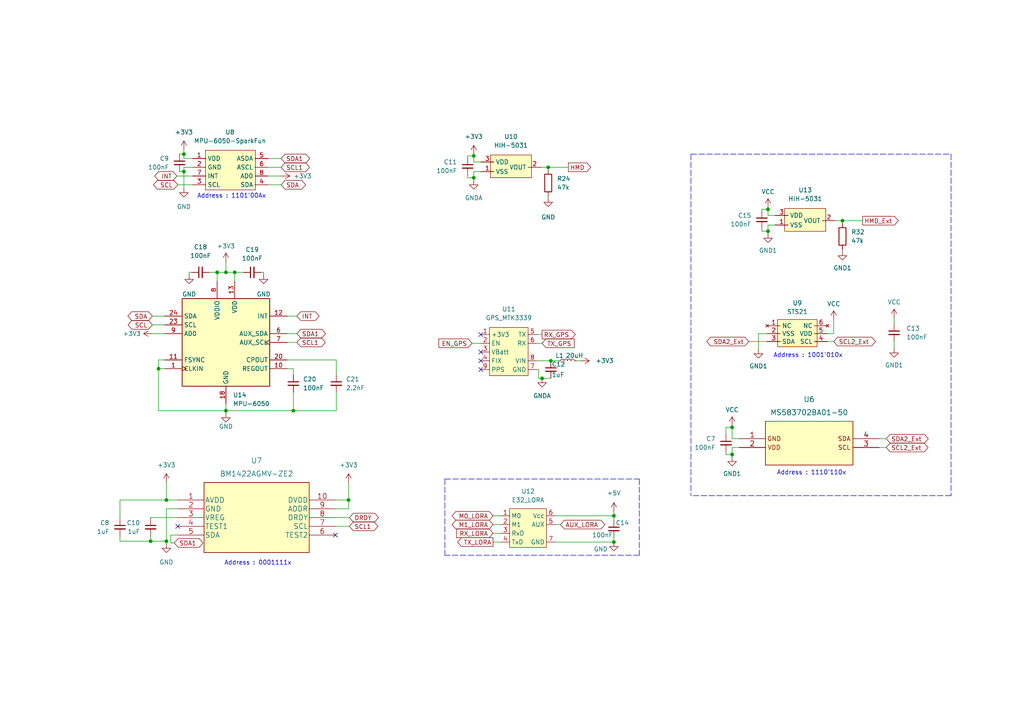
<source format=kicad_sch>
(kicad_sch (version 20211123) (generator eeschema)
  (paper "A4")
  (lib_symbols
    (symbol "Device:C_Small" (pin_numbers hide) (pin_names (offset 0.254) hide)
      (property "Reference" "C" (at 0.254 1.778 0))
      (property "Value" "C_Small" (at 0.254 -2.032 0))
      (symbol "C_Small_0_1"
        (polyline (pts (xy -1.524 -0.508) (xy 1.524 -0.508)) (stroke (width 0.3302)))
        (polyline (pts (xy -1.524 0.508) (xy 1.524 0.508)) (stroke (width 0.3048)))
      )
      (symbol "C_Small_1_1"
        (pin passive line (at 0 2.54 270) (length 2.032) (name "~") (number "1"))
        (pin passive line (at 0 -2.54 90) (length 2.032) (name "~") (number "2"))
      )
    )
    (symbol "Device:GPS_MTK3339"
      (property "Reference" "U" (at 0 17.272 0))
      (property "Value" "GPS_MTK3339" (at 0 15.24 0))
      (symbol "GPS_MTK3339_0_1"
        (rectangle (start -5.588 13.97) (end 5.588 0) (fill (type background)))
      )
      (symbol "GPS_MTK3339_1_1"
        (pin power_out line (at -8.128 11.938 0) (length 2.54) (name "+3V3") (number "1"))
        (pin input line (at -8.128 9.398 0) (length 2.54) (name "EN") (number "2"))
        (pin input line (at -8.128 6.858 0) (length 2.54) (name "VBatt") (number "3"))
        (pin output line (at -8.128 4.318 0) (length 2.54) (name "FIX") (number "4"))
        (pin output line (at 8.128 11.938 180) (length 2.54) (name "TX") (number "5"))
        (pin input line (at 8.128 9.398 180) (length 2.54) (name "RX") (number "6"))
        (pin power_in line (at 8.128 1.778 180) (length 2.54) (name "GND") (number "7"))
        (pin power_in line (at 8.128 4.318 180) (length 2.54) (name "VIN") (number "8"))
        (pin output line (at -8.128 1.778 0) (length 2.54) (name "PPS") (number "9"))
      )
    )
    (symbol "Device:L_Small" (pin_numbers hide) (pin_names (offset 0.254) hide)
      (property "Reference" "L" (at 0.762 1.016 0))
      (property "Value" "L_Small" (at 0.762 -1.016 0))
      (symbol "L_Small_0_1"
        (arc (start 0 -2.032) (mid 0.508 -1.524) (end 0 -1.016))
        (arc (start 0 -1.016) (mid 0.508 -0.508) (end 0 0))
        (arc (start 0 0) (mid 0.508 0.508) (end 0 1.016))
        (arc (start 0 1.016) (mid 0.508 1.524) (end 0 2.032))
      )
      (symbol "L_Small_1_1"
        (pin passive line (at 0 2.54 270) (length 0.508) (name "~") (number "1"))
        (pin passive line (at 0 -2.54 90) (length 0.508) (name "~") (number "2"))
      )
    )
    (symbol "Device:R" (pin_numbers hide) (pin_names (offset 0))
      (property "Reference" "R" (at 2.032 0 90))
      (property "Value" "R" (at 0 0 90))
      (symbol "R_0_1"
        (rectangle (start -1.016 -2.54) (end 1.016 2.54) (stroke (width 0.254)))
      )
      (symbol "R_1_1"
        (pin passive line (at 0 3.81 270) (length 1.27) (name "~") (number "1"))
        (pin passive line (at 0 -3.81 90) (length 1.27) (name "~") (number "2"))
      )
    )
    (symbol "RF_Module:E32_LORA"
      (property "Reference" "U" (at 0 8.89 0))
      (property "Value" "E32_LORA" (at 0 6.858 0))
      (symbol "E32_LORA_0_1"
        (rectangle (start -5.334 5.588) (end 5.334 -5.588) (fill (type background)))
      )
      (symbol "E32_LORA_1_1"
        (pin input line (at -7.874 3.556 0) (length 2.54) (name "M0") (number "1"))
        (pin no_connect line (at 7.874 -7.366 180) (length 2.54) hide (name "NC") (number "10"))
        (pin no_connect line (at 7.874 -9.652 180) (length 2.54) hide (name "NC") (number "11"))
        (pin input line (at -7.874 1.016 0) (length 2.54) (name "M1") (number "2"))
        (pin input line (at -7.874 -1.524 0) (length 2.54) (name "RxD") (number "3"))
        (pin output line (at -7.874 -4.064 0) (length 2.54) (name "TxD") (number "4"))
        (pin input line (at 7.874 1.016 180) (length 2.54) (name "AUX") (number "5"))
        (pin power_in line (at 7.874 3.556 180) (length 2.54) (name "Vcc") (number "6"))
        (pin power_in line (at 7.874 -4.064 180) (length 2.54) (name "GND") (number "7"))
        (pin no_connect line (at -7.874 -9.652 0) (length 2.54) hide (name "NC") (number "8"))
        (pin no_connect line (at -7.874 -7.366 0) (length 2.54) hide (name "NC") (number "9"))
      )
    )
    (symbol "Sensor_Humidity:HIH-5031"
      (property "Reference" "U" (at 0 6.35 0))
      (property "Value" "HIH-5031" (at 0.254 4.572 0))
      (symbol "HIH-5031_0_1"
        (rectangle (start -5.334 3.556) (end 6.604 -3.048) (fill (type background)))
      )
      (symbol "HIH-5031_1_1"
        (pin power_in line (at -8.128 -1.27 0) (length 3.81) (name "VSS") (number "1"))
        (pin output line (at 9.398 0 180) (length 3.81) (name "VOUT") (number "2"))
        (pin power_in line (at -8.128 1.524 0) (length 3.81) (name "VDD") (number "3"))
      )
    )
    (symbol "Sensor_Magnetic:BM1422AGMV-ZE2" (pin_names (offset 0.254))
      (property "Reference" "U" (at 22.86 10.16 0))
      (property "Value" "BM1422AGMV-ZE2" (at 22.86 7.62 0))
      (symbol "BM1422AGMV-ZE2_1_1"
        (polyline (pts (xy 7.62 -15.24) (xy 38.1 -15.24)) (stroke (width 0.127)) (fill (type background)))
        (polyline (pts (xy 7.62 5.08) (xy 7.62 -15.24)) (stroke (width 0.127)) (fill (type background)))
        (polyline (pts (xy 38.1 -15.24) (xy 38.1 5.08)) (stroke (width 0.127)) (fill (type background)))
        (polyline (pts (xy 38.1 5.08) (xy 7.62 5.08)) (stroke (width 0.127)) (fill (type background)))
        (rectangle (start 7.62 5.08) (end 38.1 -15.24) (fill (type background)))
        (pin power_in line (at 0 0 0) (length 7.62) (name "AVDD") (number "1"))
        (pin power_in line (at 45.72 0 180) (length 7.62) (name "DVDD") (number "10"))
        (pin power_in line (at 0 -2.54 0) (length 7.62) (name "GND") (number "2"))
        (pin unspecified line (at 0 -5.08 0) (length 7.62) (name "VREG") (number "3"))
        (pin bidirectional line (at 0 -7.62 0) (length 7.62) (name "TEST1") (number "4"))
        (pin unspecified line (at 0 -10.16 0) (length 7.62) (name "SDA") (number "5"))
        (pin bidirectional line (at 45.72 -10.16 180) (length 7.62) (name "TEST2") (number "6"))
        (pin unspecified line (at 45.72 -7.62 180) (length 7.62) (name "SCL") (number "7"))
        (pin unspecified line (at 45.72 -5.08 180) (length 7.62) (name "DRDY") (number "8"))
        (pin unspecified line (at 45.72 -2.54 180) (length 7.62) (name "ADDR") (number "9"))
      )
    )
    (symbol "Sensor_Motion:MPU-6050"
      (property "Reference" "U" (at -11.43 13.97 0))
      (property "Value" "MPU-6050" (at 7.62 -13.97 0))
      (symbol "MPU-6050_0_1"
        (rectangle (start -12.7 12.7) (end 12.7 -12.7) (stroke (width 0.254)) (fill (type background)))
      )
      (symbol "MPU-6050_1_1"
        (pin input clock (at -17.78 -7.62 0) (length 5.08) (name "CLKIN") (number "1"))
        (pin passive line (at 17.78 -7.62 180) (length 5.08) (name "REGOUT") (number "10"))
        (pin input line (at -17.78 -5.08 0) (length 5.08) (name "FSYNC") (number "11"))
        (pin output line (at 17.78 7.62 180) (length 5.08) (name "INT") (number "12"))
        (pin power_in line (at 2.54 17.78 270) (length 5.08) (name "VDD") (number "13"))
        (pin power_in line (at 0 -17.78 90) (length 5.08) (name "GND") (number "18"))
        (pin passive line (at 17.78 -5.08 180) (length 5.08) (name "CPOUT") (number "20"))
        (pin input line (at -17.78 5.08 0) (length 5.08) (name "SCL") (number "23"))
        (pin bidirectional line (at -17.78 7.62 0) (length 5.08) (name "SDA") (number "24"))
        (pin bidirectional line (at 17.78 2.54 180) (length 5.08) (name "AUX_SDA") (number "6"))
        (pin output clock (at 17.78 0 180) (length 5.08) (name "AUX_SCL") (number "7"))
        (pin power_in line (at -2.54 17.78 270) (length 5.08) (name "VDDIO") (number "8"))
        (pin input line (at -17.78 2.54 0) (length 5.08) (name "AD0") (number "9"))
      )
    )
    (symbol "Sensor_Motion:MPU-6050-SparkFun"
      (property "Reference" "U" (at 4.318 15.3416 0))
      (property "Value" "MPU-6050-SparkFun" (at 4.318 13.5636 0))
      (symbol "MPU-6050-SparkFun_1_1"
        (rectangle (start -2.794 12.5476) (end 11.684 1.016) (fill (type background)))
        (pin power_in line (at -6.5024 10.1346 0) (length 3.81) (name "VDD") (number "1"))
        (pin power_in line (at -6.5024 7.5946 0) (length 3.81) (name "GND") (number "2"))
        (pin bidirectional line (at -6.5024 2.5146 0) (length 3.81) (name "SCL") (number "3"))
        (pin bidirectional line (at 15.3924 2.5146 180) (length 3.81) (name "SDA") (number "4"))
        (pin bidirectional line (at 15.3924 10.1346 180) (length 3.81) (name "ASDA") (number "5"))
        (pin bidirectional line (at 15.3924 7.5946 180) (length 3.81) (name "ASCL") (number "6"))
        (pin output line (at -6.5024 5.0546 0) (length 3.81) (name "INT") (number "7"))
        (pin input line (at 15.3924 5.0546 180) (length 3.81) (name "AD0") (number "8"))
      )
    )
    (symbol "Sensor_Pressure:MS583702BA01-50" (pin_names (offset 0.254) hide)
      (property "Reference" "U" (at 20.32 10.16 0))
      (property "Value" "MS583702BA01-50" (at 20.32 7.62 0))
      (symbol "MS583702BA01-50_0_0"
        (text "GND" (at 10.16 0 0) (effects (font (size 1.27 1.27))))
        (text "SCL" (at 30.48 -2.54 0) (effects (font (size 1.27 1.27))))
        (text "SDA" (at 30.48 0 0) (effects (font (size 1.27 1.27))))
        (text "VDD" (at 10.16 -2.54 0) (effects (font (size 1.27 1.27))))
      )
      (symbol "MS583702BA01-50_1_1"
        (polyline (pts (xy 7.62 -7.62) (xy 33.02 -7.62)) (stroke (width 0.127)))
        (polyline (pts (xy 7.62 5.08) (xy 7.62 -7.62)) (stroke (width 0.127)))
        (polyline (pts (xy 33.02 -7.62) (xy 33.02 5.08)) (stroke (width 0.127)))
        (polyline (pts (xy 33.02 5.08) (xy 7.62 5.08)) (stroke (width 0.127)))
        (rectangle (start 7.62 5.08) (end 33.02 -7.62) (fill (type background)))
        (pin power_in line (at 0 0 0) (length 7.62) (name "GND") (number "1"))
        (pin power_in line (at 0 -2.54 0) (length 7.62) (name "VDD") (number "2"))
        (pin bidirectional line (at 40.64 -2.54 180) (length 7.62) (name "SCL") (number "3"))
        (pin bidirectional line (at 40.64 0 180) (length 7.62) (name "SDA") (number "4"))
      )
    )
    (symbol "Sensor_Temperature:STS21"
      (property "Reference" "U" (at 8.636 13.716 0))
      (property "Value" "STS21" (at 8.636 11.684 0))
      (symbol "STS21_0_1"
        (rectangle (start 3.048 10.414) (end 14.478 2.54) (fill (type background)))
      )
      (symbol "STS21_1_1"
        (pin no_connect line (at 0 8.636 0) (length 3.81) (name "NC") (number "1"))
        (pin power_in line (at 0 6.35 0) (length 3.81) (name "VSS") (number "2"))
        (pin bidirectional line (at 0 4.064 0) (length 3.81) (name "SDA") (number "3"))
        (pin bidirectional line (at 17.526 4.064 180) (length 3.81) (name "SCL") (number "4"))
        (pin power_in line (at 17.526 6.35 180) (length 3.81) (name "VDD") (number "5"))
        (pin no_connect line (at 17.526 8.636 180) (length 3.81) (name "NC") (number "6"))
        (pin no_connect line (at 8.382 16.764 180) (length 2.54) hide (name "EP") (number "7"))
      )
    )
    (symbol "power:+3V3" (power) (pin_names (offset 0))
      (property "Value" "+3V3" (at 0 3.556 0))
      (symbol "+3V3_0_1"
        (polyline (pts (xy -0.762 1.27) (xy 0 2.54)))
        (polyline (pts (xy 0 0) (xy 0 2.54)))
        (polyline (pts (xy 0 2.54) (xy 0.762 1.27)))
      )
      (symbol "+3V3_1_1"
        (pin power_in line (at 0 0 90) (length 0) hide (name "+3V3") (number "1"))
      )
    )
    (symbol "power:+5V" (power) (pin_names (offset 0))
      (property "Value" "+5V" (at 0 3.556 0))
      (symbol "+5V_0_1"
        (polyline (pts (xy -0.762 1.27) (xy 0 2.54)))
        (polyline (pts (xy 0 0) (xy 0 2.54)))
        (polyline (pts (xy 0 2.54) (xy 0.762 1.27)))
      )
      (symbol "+5V_1_1"
        (pin power_in line (at 0 0 90) (length 0) hide (name "+5V") (number "1"))
      )
    )
    (symbol "power:GND" (power) (pin_names (offset 0))
      (property "Value" "GND" (at 0 -3.81 0))
      (symbol "GND_0_1"
        (polyline (pts (xy 0 0) (xy 0 -1.27) (xy 1.27 -1.27) (xy 0 -2.54) (xy -1.27 -1.27) (xy 0 -1.27)))
      )
      (symbol "GND_1_1"
        (pin power_in line (at 0 0 270) (length 0) hide (name "GND") (number "1"))
      )
    )
    (symbol "power:GND1" (power) (pin_names (offset 0))
      (property "Value" "GND1" (at 0 -3.81 0))
      (symbol "GND1_0_1"
        (polyline (pts (xy 0 0) (xy 0 -1.27) (xy 1.27 -1.27) (xy 0 -2.54) (xy -1.27 -1.27) (xy 0 -1.27)))
      )
      (symbol "GND1_1_1"
        (pin power_in line (at 0 0 270) (length 0) hide (name "GND1") (number "1"))
      )
    )
    (symbol "power:GNDA" (power) (pin_names (offset 0))
      (property "Value" "GNDA" (at 0 -3.81 0))
      (symbol "GNDA_0_1"
        (polyline (pts (xy 0 0) (xy 0 -1.27) (xy 1.27 -1.27) (xy 0 -2.54) (xy -1.27 -1.27) (xy 0 -1.27)))
      )
      (symbol "GNDA_1_1"
        (pin power_in line (at 0 0 270) (length 0) hide (name "GNDA") (number "1"))
      )
    )
    (symbol "power:VCC" (power) (pin_names (offset 0))
      (property "Value" "VCC" (at 0 3.81 0))
      (symbol "VCC_0_1"
        (polyline (pts (xy -0.762 1.27) (xy 0 2.54)))
        (polyline (pts (xy 0 0) (xy 0 2.54)))
        (polyline (pts (xy 0 2.54) (xy 0.762 1.27)))
      )
      (symbol "VCC_1_1"
        (pin power_in line (at 0 0 90) (length 0) hide (name "VCC") (number "1"))
      )
    )
  )
  (junction (at 62.992 78.994))
  (junction (at 222.758 60.706))
  (junction (at 65.532 78.994))
  (junction (at 48.26 145.034))
  (junction (at 53.34 49.784))
  (junction (at 178.054 149.606))
  (junction (at 137.414 45.212))
  (junction (at 53.34 44.704))
  (junction (at 137.414 51.562))
  (junction (at 157.226 109.728))
  (junction (at 244.348 64.008))
  (junction (at 101.092 145.034))
  (junction (at 43.688 156.972))
  (junction (at 212.344 123.952))
  (junction (at 159.004 48.514))
  (junction (at 222.758 67.056))
  (junction (at 48.26 156.972))
  (junction (at 68.072 78.994))
  (junction (at 65.532 119.126))
  (junction (at 45.974 106.934))
  (junction (at 85.09 119.126))
  (junction (at 159.766 104.648))
  (junction (at 178.054 157.226))
  (junction (at 212.344 131.826))
  (no_connect (at 139.446 97.028))
  (no_connect (at 139.446 102.108))
  (no_connect (at 139.446 104.648))
  (no_connect (at 51.562 152.654))
  (no_connect (at 97.282 155.194))
  (no_connect (at 139.446 107.188))
  (wire (pts (xy 51.308 51.054) (xy 55.88 51.054)))
  (wire (pts (xy 212.344 129.794) (xy 212.344 131.826)))
  (wire (pts (xy 220.98 61.214) (xy 220.98 60.706)))
  (wire (pts (xy 241.808 92.71) (xy 241.808 96.774)))
  (wire (pts (xy 75.692 78.994) (xy 76.454 78.994)))
  (wire (pts (xy 45.974 106.934) (xy 45.974 119.126)))
  (wire (pts (xy 53.34 49.784) (xy 53.34 54.61)))
  (wire (pts (xy 53.34 48.514) (xy 55.88 48.514)))
  (wire (pts (xy 85.09 119.126) (xy 97.536 119.126)))
  (wire (pts (xy 68.072 78.994) (xy 68.072 81.534)))
  (wire (pts (xy 65.532 119.126) (xy 65.532 119.888)))
  (wire (pts (xy 49.53 157.48) (xy 50.546 157.48)))
  (wire (pts (xy 85.09 113.792) (xy 85.09 119.126)))
  (wire (pts (xy 49.53 155.194) (xy 49.53 157.48)))
  (wire (pts (xy 222.758 60.198) (xy 222.758 60.706)))
  (wire (pts (xy 212.344 131.826) (xy 212.344 132.588)))
  (polyline (pts (xy 185.42 161.036) (xy 129.032 161.036)))
  (polyline (pts (xy 200.406 44.704) (xy 200.406 143.764)))
  (polyline (pts (xy 185.42 138.938) (xy 185.42 161.036)))
  (wire (pts (xy 83.312 106.934) (xy 85.09 106.934)))
  (wire (pts (xy 214.376 129.794) (xy 212.344 129.794)))
  (wire (pts (xy 137.414 44.704) (xy 137.414 45.212)))
  (wire (pts (xy 34.798 150.368) (xy 34.798 145.034)))
  (polyline (pts (xy 200.406 44.704) (xy 275.844 44.704)))
  (wire (pts (xy 178.054 149.606) (xy 178.054 150.876)))
  (wire (pts (xy 135.636 45.72) (xy 135.636 45.212)))
  (wire (pts (xy 156.972 48.514) (xy 159.004 48.514)))
  (wire (pts (xy 135.636 51.562) (xy 137.414 51.562)))
  (wire (pts (xy 241.808 96.774) (xy 240.03 96.774)))
  (wire (pts (xy 53.34 43.434) (xy 53.34 44.704)))
  (wire (pts (xy 54.864 79.756) (xy 54.864 78.994)))
  (wire (pts (xy 155.702 107.188) (xy 156.21 107.188)))
  (polyline (pts (xy 275.844 44.704) (xy 275.844 143.764)))
  (wire (pts (xy 222.758 67.056) (xy 222.758 67.818)))
  (wire (pts (xy 242.316 64.008) (xy 244.348 64.008)))
  (wire (pts (xy 220.98 60.706) (xy 222.758 60.706)))
  (wire (pts (xy 240.03 99.06) (xy 241.808 99.06)))
  (wire (pts (xy 101.092 145.034) (xy 101.092 139.954)))
  (wire (pts (xy 222.758 60.706) (xy 222.758 62.484)))
  (wire (pts (xy 53.34 44.704) (xy 53.34 45.974)))
  (wire (pts (xy 143.002 152.146) (xy 145.288 152.146)))
  (wire (pts (xy 244.348 72.39) (xy 244.348 72.898)))
  (wire (pts (xy 159.766 104.648) (xy 162.052 104.648)))
  (wire (pts (xy 157.226 109.728) (xy 159.766 109.728)))
  (wire (pts (xy 65.532 119.126) (xy 85.09 119.126)))
  (wire (pts (xy 62.992 78.994) (xy 65.532 78.994)))
  (wire (pts (xy 161.036 152.146) (xy 162.56 152.146)))
  (wire (pts (xy 34.798 145.034) (xy 48.26 145.034)))
  (wire (pts (xy 143.002 154.686) (xy 145.288 154.686)))
  (wire (pts (xy 77.7748 48.514) (xy 81.534 48.514)))
  (wire (pts (xy 178.054 157.226) (xy 178.054 155.956)))
  (polyline (pts (xy 275.844 143.764) (xy 200.406 143.764)))
  (wire (pts (xy 51.562 155.194) (xy 49.53 155.194)))
  (wire (pts (xy 97.282 150.114) (xy 101.346 150.114)))
  (wire (pts (xy 156.21 107.188) (xy 156.21 109.728)))
  (wire (pts (xy 48.26 156.972) (xy 48.26 147.574)))
  (wire (pts (xy 45.974 106.934) (xy 47.752 106.934)))
  (wire (pts (xy 85.09 106.934) (xy 85.09 108.712)))
  (wire (pts (xy 137.414 46.99) (xy 139.446 46.99)))
  (wire (pts (xy 83.312 96.774) (xy 86.106 96.774)))
  (wire (pts (xy 65.532 78.994) (xy 68.072 78.994)))
  (wire (pts (xy 52.07 44.704) (xy 53.34 44.704)))
  (wire (pts (xy 97.282 145.034) (xy 101.092 145.034)))
  (wire (pts (xy 222.758 62.484) (xy 224.79 62.484)))
  (wire (pts (xy 43.688 155.448) (xy 43.688 156.972)))
  (wire (pts (xy 159.004 49.276) (xy 159.004 48.514)))
  (wire (pts (xy 44.196 91.694) (xy 47.752 91.694)))
  (wire (pts (xy 53.34 48.514) (xy 53.34 49.784)))
  (wire (pts (xy 65.532 117.094) (xy 65.532 119.126)))
  (wire (pts (xy 178.054 148.336) (xy 178.054 149.606)))
  (polyline (pts (xy 129.032 138.938) (xy 129.032 161.036)))
  (wire (pts (xy 34.798 155.448) (xy 34.798 156.972)))
  (wire (pts (xy 44.196 94.234) (xy 47.752 94.234)))
  (wire (pts (xy 83.312 91.694) (xy 86.106 91.694)))
  (wire (pts (xy 53.34 45.974) (xy 55.88 45.974)))
  (wire (pts (xy 135.636 50.8) (xy 135.636 51.562)))
  (wire (pts (xy 139.446 49.784) (xy 137.414 49.784)))
  (wire (pts (xy 135.636 45.212) (xy 137.414 45.212)))
  (wire (pts (xy 52.07 49.784) (xy 53.34 49.784)))
  (wire (pts (xy 143.002 157.226) (xy 145.288 157.226)))
  (wire (pts (xy 45.974 119.126) (xy 65.532 119.126)))
  (wire (pts (xy 136.906 99.568) (xy 139.446 99.568)))
  (wire (pts (xy 43.688 150.368) (xy 43.688 150.114)))
  (wire (pts (xy 212.344 123.952) (xy 212.344 127.254)))
  (wire (pts (xy 244.348 64.77) (xy 244.348 64.008)))
  (wire (pts (xy 54.864 78.994) (xy 55.626 78.994)))
  (wire (pts (xy 220.98 66.294) (xy 220.98 67.056)))
  (wire (pts (xy 155.702 99.568) (xy 157.226 99.568)))
  (wire (pts (xy 51.562 53.594) (xy 55.88 53.594)))
  (wire (pts (xy 161.036 149.606) (xy 178.054 149.606)))
  (wire (pts (xy 83.312 104.394) (xy 97.536 104.394)))
  (wire (pts (xy 77.7748 51.054) (xy 81.534 51.054)))
  (wire (pts (xy 259.334 99.06) (xy 259.334 101.092)))
  (wire (pts (xy 244.348 64.008) (xy 250.19 64.008)))
  (wire (pts (xy 210.566 125.984) (xy 210.566 123.952)))
  (wire (pts (xy 65.532 75.946) (xy 65.532 78.994)))
  (wire (pts (xy 48.26 145.034) (xy 51.562 145.034)))
  (wire (pts (xy 62.992 81.534) (xy 62.992 78.994)))
  (wire (pts (xy 156.21 109.728) (xy 157.226 109.728)))
  (wire (pts (xy 44.196 96.774) (xy 47.752 96.774)))
  (wire (pts (xy 76.454 78.994) (xy 76.454 79.756)))
  (wire (pts (xy 47.752 104.394) (xy 45.974 104.394)))
  (wire (pts (xy 43.688 156.972) (xy 48.26 156.972)))
  (wire (pts (xy 137.414 49.784) (xy 137.414 51.562)))
  (wire (pts (xy 155.702 97.028) (xy 157.226 97.028)))
  (wire (pts (xy 220.98 67.056) (xy 222.758 67.056)))
  (wire (pts (xy 77.7748 45.974) (xy 81.534 45.974)))
  (wire (pts (xy 143.002 149.606) (xy 145.288 149.606)))
  (wire (pts (xy 224.79 65.278) (xy 222.758 65.278)))
  (wire (pts (xy 159.004 56.896) (xy 159.004 57.404)))
  (wire (pts (xy 43.688 150.114) (xy 51.562 150.114)))
  (wire (pts (xy 45.974 104.394) (xy 45.974 106.934)))
  (wire (pts (xy 34.798 156.972) (xy 43.688 156.972)))
  (wire (pts (xy 167.132 104.648) (xy 168.402 104.648)))
  (wire (pts (xy 155.702 104.648) (xy 159.766 104.648)))
  (wire (pts (xy 97.282 152.654) (xy 101.346 152.654)))
  (wire (pts (xy 219.964 101.346) (xy 219.964 96.774)))
  (wire (pts (xy 212.344 123.444) (xy 212.344 123.952)))
  (wire (pts (xy 68.072 78.994) (xy 70.612 78.994)))
  (wire (pts (xy 101.092 147.574) (xy 101.092 145.034)))
  (wire (pts (xy 210.566 131.826) (xy 212.344 131.826)))
  (wire (pts (xy 222.758 65.278) (xy 222.758 67.056)))
  (wire (pts (xy 77.7748 53.594) (xy 81.534 53.594)))
  (wire (pts (xy 48.26 147.574) (xy 51.562 147.574)))
  (wire (pts (xy 48.26 157.734) (xy 48.26 156.972)))
  (polyline (pts (xy 129.032 138.938) (xy 185.42 138.938)))
  (wire (pts (xy 210.566 131.064) (xy 210.566 131.826)))
  (wire (pts (xy 97.536 104.394) (xy 97.536 108.712)))
  (wire (pts (xy 83.312 99.314) (xy 86.106 99.314)))
  (wire (pts (xy 159.004 48.514) (xy 164.846 48.514)))
  (wire (pts (xy 48.26 139.954) (xy 48.26 145.034)))
  (wire (pts (xy 255.016 127.254) (xy 257.048 127.254)))
  (wire (pts (xy 137.414 51.562) (xy 137.414 52.324)))
  (wire (pts (xy 161.036 157.226) (xy 178.054 157.226)))
  (wire (pts (xy 212.344 127.254) (xy 214.376 127.254)))
  (wire (pts (xy 217.17 99.06) (xy 222.504 99.06)))
  (wire (pts (xy 97.536 119.126) (xy 97.536 113.792)))
  (wire (pts (xy 259.334 92.202) (xy 259.334 93.98)))
  (wire (pts (xy 255.016 129.794) (xy 257.048 129.794)))
  (wire (pts (xy 60.706 78.994) (xy 62.992 78.994)))
  (wire (pts (xy 137.414 45.212) (xy 137.414 46.99)))
  (wire (pts (xy 219.964 96.774) (xy 222.504 96.774)))
  (wire (pts (xy 97.282 147.574) (xy 101.092 147.574)))
  (wire (pts (xy 210.566 123.952) (xy 212.344 123.952)))
  (text "Address : 0001111x" (at 65.024 164.084 0) (effects (font (size 1.27 1.27)) (justify left bottom)))
  (text "Address : 1101'00Ax" (at 57.15 57.658 0) (effects (font (size 1.27 1.27)) (justify left bottom)))
  (text "Address : 1001'010x" (at 224.282 103.886 0) (effects (font (size 1.27 1.27)) (justify left bottom)))
  (text "Address : 1110'110x" (at 225.298 137.922 0) (effects (font (size 1.27 1.27)) (justify left bottom)))
  (global_label "SCL2_Ext" (shape bidirectional) (at 257.048 129.794 0) (property "Intersheet References" "${INTERSHEET_REFS}" (effects hide)))
  (global_label "SDA1" (shape bidirectional) (at 50.546 157.48 0) (property "Intersheet References" "${INTERSHEET_REFS}" (effects hide)))
  (global_label "INT" (shape bidirectional) (at 51.308 51.054 180) (property "Intersheet References" "${INTERSHEET_REFS}" (effects hide)))
  (global_label "SCL" (shape bidirectional) (at 44.196 94.234 180) (property "Intersheet References" "${INTERSHEET_REFS}" (effects hide)))
  (global_label "EN_GPS" (shape input) (at 136.906 99.568 180) (property "Intersheet References" "${INTERSHEET_REFS}" (effects hide)))
  (global_label "SDA2_Ext" (shape bidirectional) (at 217.17 99.06 180) (property "Intersheet References" "${INTERSHEET_REFS}" (effects hide)))
  (global_label "RX_LORA" (shape input) (at 143.002 154.686 180) (property "Intersheet References" "${INTERSHEET_REFS}" (effects hide)))
  (global_label "SDA1" (shape bidirectional) (at 86.106 96.774 0) (property "Intersheet References" "${INTERSHEET_REFS}" (effects hide)))
  (global_label "SCL1" (shape bidirectional) (at 101.346 152.654 0) (property "Intersheet References" "${INTERSHEET_REFS}" (effects hide)))
  (global_label "DRDY" (shape bidirectional) (at 101.346 150.114 0) (property "Intersheet References" "${INTERSHEET_REFS}" (effects hide)))
  (global_label "SCL1" (shape bidirectional) (at 86.106 99.314 0) (property "Intersheet References" "${INTERSHEET_REFS}" (effects hide)))
  (global_label "SDA" (shape bidirectional) (at 81.534 53.594 0) (property "Intersheet References" "${INTERSHEET_REFS}" (effects hide)))
  (global_label "SCL2_Ext" (shape bidirectional) (at 241.808 99.06 0) (property "Intersheet References" "${INTERSHEET_REFS}" (effects hide)))
  (global_label "M1_LORA" (shape bidirectional) (at 143.002 152.146 180) (property "Intersheet References" "${INTERSHEET_REFS}" (effects hide)))
  (global_label "AUX_LORA" (shape bidirectional) (at 162.56 152.146 0) (property "Intersheet References" "${INTERSHEET_REFS}" (effects hide)))
  (global_label "SDA2_Ext" (shape bidirectional) (at 257.048 127.254 0) (property "Intersheet References" "${INTERSHEET_REFS}" (effects hide)))
  (global_label "RX_GPS" (shape output) (at 157.226 97.028 0) (property "Intersheet References" "${INTERSHEET_REFS}" (effects hide)))
  (global_label "M0_LORA" (shape bidirectional) (at 143.002 149.606 180) (property "Intersheet References" "${INTERSHEET_REFS}" (effects hide)))
  (global_label "TX_LORA" (shape output) (at 143.002 157.226 180) (property "Intersheet References" "${INTERSHEET_REFS}" (effects hide)))
  (global_label "SDA" (shape bidirectional) (at 44.196 91.694 180) (property "Intersheet References" "${INTERSHEET_REFS}" (effects hide)))
  (global_label "SDA1" (shape bidirectional) (at 81.534 45.974 0) (property "Intersheet References" "${INTERSHEET_REFS}" (effects hide)))
  (global_label "HMD" (shape output) (at 164.846 48.514 0) (property "Intersheet References" "${INTERSHEET_REFS}" (effects hide)))
  (global_label "TX_GPS" (shape input) (at 157.226 99.568 0) (property "Intersheet References" "${INTERSHEET_REFS}" (effects hide)))
  (global_label "SCL" (shape bidirectional) (at 51.562 53.594 180) (property "Intersheet References" "${INTERSHEET_REFS}" (effects hide)))
  (global_label "INT" (shape bidirectional) (at 86.106 91.694 0) (property "Intersheet References" "${INTERSHEET_REFS}" (effects hide)))
  (global_label "SCL1" (shape bidirectional) (at 81.534 48.514 0) (property "Intersheet References" "${INTERSHEET_REFS}" (effects hide)))
  (global_label "HMD_Ext" (shape output) (at 250.19 64.008 0) (property "Intersheet References" "${INTERSHEET_REFS}" (effects hide)))
  (symbol (lib_id "Device:GPS_MTK3339") (at 147.574 108.966 0) (unit 1)
    (property "Reference" "U11" (at 147.574 89.662 0))
    (property "Value" "GPS_MTK3339" (at 147.574 92.202 0))
    (property "Footprint" "CanSat:GPS_MTK3339" (effects hide))
  )
  (symbol (lib_id "power:VCC") (at 241.808 92.71 0) (unit 1)
    (property "Reference" "#PWR0143" (effects hide))
    (property "Value" "VCC" (at 241.808 88.138 0))
  )
  (symbol (lib_id "Sensor_Motion:MPU-6050") (at 65.532 99.314 0) (unit 1)
    (property "Reference" "U14" (at 67.5514 114.554 0) (effects (justify left)))
    (property "Value" "MPU-6050" (at 67.5514 117.094 0) (effects (justify left)))
    (property "Footprint" "Sensor_Motion:InvenSense_QFN-24_4x4mm_P0.5mm" (effects hide))
    (property "Datasheet" "https://store.invensense.com/datasheets/invensense/MPU-6050_DataSheet_V3%204.pdf" (effects hide))
  )
  (symbol (lib_id "power:+3V3") (at 81.534 51.054 270) (unit 1)
    (property "Reference" "#PWR0156" (effects hide))
    (property "Value" "+3V3" (at 85.09 51.0539 90) (effects (justify left)))
  )
  (symbol (lib_id "Device:C_Small") (at 85.09 111.252 0) (unit 1)
    (property "Reference" "C20" (at 87.884 109.9882 0) (effects (justify left)))
    (property "Value" "100nF" (at 87.884 112.5282 0) (effects (justify left)))
    (property "Footprint" "Capacitor_SMD:C_0805_2012Metric_Pad1.18x1.45mm_HandSolder" (effects hide))
  )
  (symbol (lib_id "Device:C_Small") (at 73.152 78.994 90) (unit 1)
    (property "Reference" "C19" (at 73.1583 72.39 90))
    (property "Value" "100nF" (at 73.1583 74.93 90))
    (property "Footprint" "Capacitor_SMD:C_0805_2012Metric_Pad1.18x1.45mm_HandSolder" (effects hide))
  )
  (symbol (lib_id "power:+3V3") (at 44.196 96.774 90) (unit 1)
    (property "Reference" "#PWR0160" (effects hide))
    (property "Value" "+3V3" (at 40.894 96.7739 90) (effects (justify left)))
  )
  (symbol (lib_id "power:VCC") (at 259.334 92.202 0) (unit 1)
    (property "Reference" "#PWR0146" (effects hide))
    (property "Value" "VCC" (at 259.334 87.63 0))
  )
  (symbol (lib_id "power:GND1") (at 212.344 132.588 0) (unit 1)
    (property "Reference" "#PWR0147" (effects hide))
    (property "Value" "GND1" (at 212.344 137.414 0))
  )
  (symbol (lib_id "Sensor_Temperature:STS21") (at 222.504 103.124 0) (unit 1)
    (property "Reference" "U9" (at 231.267 87.884 0))
    (property "Value" "STS21" (at 231.267 90.424 0))
    (property "Footprint" "CanSat:STS21" (effects hide))
  )
  (symbol (lib_id "power:GNDA") (at 137.414 52.324 0) (unit 1)
    (property "Reference" "#PWR0141" (effects hide))
    (property "Value" "GNDA" (at 137.414 57.404 0))
  )
  (symbol (lib_id "power:GND1") (at 219.964 101.346 0) (unit 1)
    (property "Reference" "#PWR0140" (effects hide))
    (property "Value" "GND1" (at 219.964 106.172 0))
  )
  (symbol (lib_id "power:+3V3") (at 48.26 139.954 0) (unit 1)
    (property "Reference" "#PWR0153" (effects hide))
    (property "Value" "+3V3" (at 48.26 134.874 0))
  )
  (symbol (lib_id "Device:C_Small") (at 135.636 48.26 0) (unit 1)
    (property "Reference" "C11" (at 132.588 46.9962 0) (effects (justify right)))
    (property "Value" "100nF" (at 132.588 49.5362 0) (effects (justify right)))
    (property "Footprint" "Capacitor_SMD:C_0805_2012Metric" (effects hide))
  )
  (symbol (lib_id "RF_Module:E32_LORA") (at 153.162 153.162 0) (unit 1)
    (property "Reference" "U12" (at 153.162 142.494 0))
    (property "Value" "E32_LORA" (at 153.162 145.034 0))
    (property "Footprint" "CanSat:E32_LORA" (effects hide))
  )
  (symbol (lib_id "power:GND") (at 159.004 57.404 0) (unit 1)
    (property "Reference" "#PWR0105" (effects hide))
    (property "Value" "GND" (at 159.004 62.992 0))
  )
  (symbol (lib_id "Device:R") (at 159.004 53.086 0) (unit 1)
    (property "Reference" "R24" (at 161.544 51.8159 0) (effects (justify left)))
    (property "Value" "47k" (at 161.544 54.3559 0) (effects (justify left)))
    (property "Footprint" "Resistor_SMD:R_0805_2012Metric_Pad1.20x1.40mm_HandSolder" (effects hide))
  )
  (symbol (lib_id "power:+3V3") (at 168.402 104.648 270) (unit 1)
    (property "Reference" "#PWR0144" (effects hide))
    (property "Value" "+3V3" (at 172.72 104.6479 90) (effects (justify left)))
  )
  (symbol (lib_id "Device:C_Small") (at 34.798 152.908 0) (unit 1)
    (property "Reference" "C8" (at 31.75 151.6442 0) (effects (justify right)))
    (property "Value" "1uF" (at 31.75 154.1842 0) (effects (justify right)))
    (property "Footprint" "Capacitor_SMD:C_0805_2012Metric" (effects hide))
  )
  (symbol (lib_id "Device:L_Small") (at 164.592 104.648 90) (unit 1)
    (property "Reference" "L1" (at 162.306 103.124 90))
    (property "Value" "20uH" (at 166.624 103.124 90))
    (property "Footprint" "Inductor_SMD:L_0805_2012Metric_Pad1.05x1.20mm_HandSolder" (effects hide))
  )
  (symbol (lib_id "power:GND1") (at 244.348 72.898 0) (unit 1)
    (property "Reference" "#PWR0157" (effects hide))
    (property "Value" "GND1" (at 244.348 77.724 0))
  )
  (symbol (lib_id "power:GND") (at 54.864 79.756 0) (unit 1)
    (property "Reference" "#PWR0162" (effects hide))
    (property "Value" "GND" (at 54.864 85.344 0))
  )
  (symbol (lib_id "Device:C_Small") (at 259.334 96.52 0) (unit 1)
    (property "Reference" "C13" (at 262.89 95.2562 0) (effects (justify left)))
    (property "Value" "100nF" (at 262.89 97.7962 0) (effects (justify left)))
    (property "Footprint" "Capacitor_SMD:C_0805_2012Metric" (effects hide))
  )
  (symbol (lib_id "power:+3V3") (at 137.414 44.704 0) (unit 1)
    (property "Reference" "#PWR0142" (effects hide))
    (property "Value" "+3V3" (at 137.414 39.624 0))
  )
  (symbol (lib_id "power:VCC") (at 212.344 123.444 0) (unit 1)
    (property "Reference" "#PWR0151" (effects hide))
    (property "Value" "VCC" (at 212.344 118.872 0))
  )
  (symbol (lib_id "power:+3V3") (at 53.34 43.434 0) (unit 1)
    (property "Reference" "#PWR0155" (effects hide))
    (property "Value" "+3V3" (at 53.34 38.354 0))
  )
  (symbol (lib_id "Device:C_Small") (at 58.166 78.994 90) (unit 1)
    (property "Reference" "C18" (at 58.1723 71.628 90))
    (property "Value" "100nF" (at 58.1723 74.168 90))
    (property "Footprint" "Capacitor_SMD:C_0805_2012Metric_Pad1.18x1.45mm_HandSolder" (effects hide))
  )
  (symbol (lib_id "power:GND") (at 178.054 157.226 0) (unit 1)
    (property "Reference" "#PWR08" (effects hide))
    (property "Value" "GND" (at 174.244 159.258 0))
  )
  (symbol (lib_id "power:+5V") (at 178.054 148.336 0) (unit 1)
    (property "Reference" "#PWR0104" (effects hide))
    (property "Value" "+5V" (at 178.054 143.002 0))
  )
  (symbol (lib_id "Sensor_Motion:MPU-6050-SparkFun") (at 62.3824 56.1086 0) (unit 1)
    (property "Reference" "U8" (at 66.7004 38.3286 0))
    (property "Value" "MPU-6050-SparkFun" (at 66.7004 40.8686 0))
    (property "Footprint" "CanSat:MPU6050" (effects hide))
  )
  (symbol (lib_id "Sensor_Magnetic:BM1422AGMV-ZE2") (at 51.562 145.034 0) (unit 1)
    (property "Reference" "U7" (at 74.422 133.604 0) (effects (font (size 1.524 1.524))))
    (property "Value" "BM1422AGMV-ZE2" (at 74.422 137.414 0) (effects (font (size 1.524 1.524))))
    (property "Footprint" "CanSat:BM1422AGMV-ZE2" (effects hide))
  )
  (symbol (lib_id "power:GND") (at 76.454 79.756 0) (unit 1)
    (property "Reference" "#PWR0161" (effects hide))
    (property "Value" "GND" (at 76.454 85.344 0))
  )
  (symbol (lib_id "power:GND") (at 53.34 54.61 0) (unit 1)
    (property "Reference" "#PWR0154" (effects hide))
    (property "Value" "GND" (at 53.34 59.944 0))
  )
  (symbol (lib_id "Sensor_Pressure:MS583702BA01-50") (at 214.376 127.254 0) (unit 1)
    (property "Reference" "U6" (at 234.696 115.824 0) (effects (font (size 1.524 1.524))))
    (property "Value" "MS583702BA01-50" (at 234.696 119.634 0) (effects (font (size 1.524 1.524))))
    (property "Footprint" "CanSat:MS583702BA01-50" (effects hide))
  )
  (symbol (lib_id "power:VCC") (at 222.758 60.198 0) (unit 1)
    (property "Reference" "#PWR0152" (effects hide))
    (property "Value" "VCC" (at 222.758 55.626 0))
  )
  (symbol (lib_id "Device:C_Small") (at 97.536 111.252 0) (unit 1)
    (property "Reference" "C21" (at 100.33 109.9882 0) (effects (justify left)))
    (property "Value" "2.2nF" (at 100.33 112.5282 0) (effects (justify left)))
    (property "Footprint" "Capacitor_SMD:C_0805_2012Metric_Pad1.18x1.45mm_HandSolder" (effects hide))
  )
  (symbol (lib_id "Device:C_Small") (at 52.07 47.244 0) (unit 1)
    (property "Reference" "C9" (at 49.022 45.9802 0) (effects (justify right)))
    (property "Value" "100nF" (at 49.022 48.5202 0) (effects (justify right)))
    (property "Footprint" "Capacitor_SMD:C_0805_2012Metric" (effects hide))
  )
  (symbol (lib_id "Device:C_Small") (at 43.688 152.908 0) (unit 1)
    (property "Reference" "C10" (at 40.64 151.6442 0) (effects (justify right)))
    (property "Value" "1uF" (at 40.64 154.1842 0) (effects (justify right)))
    (property "Footprint" "Capacitor_SMD:C_0805_2012Metric" (effects hide))
  )
  (symbol (lib_id "Sensor_Humidity:HIH-5031") (at 232.918 64.008 0) (unit 1)
    (property "Reference" "U13" (at 233.553 55.118 0))
    (property "Value" "HIH-5031" (at 233.553 57.658 0))
    (property "Footprint" "CanSat:HIH-5031-001S" (effects hide))
  )
  (symbol (lib_id "power:+3V3") (at 101.092 139.954 0) (unit 1)
    (property "Reference" "#PWR0149" (effects hide))
    (property "Value" "+3V3" (at 101.092 134.874 0))
  )
  (symbol (lib_id "power:GND1") (at 259.334 101.092 0) (unit 1)
    (property "Reference" "#PWR0145" (effects hide))
    (property "Value" "GND1" (at 259.334 105.918 0))
  )
  (symbol (lib_id "power:GND") (at 65.532 119.888 0) (unit 1)
    (property "Reference" "#PWR0158" (effects hide))
    (property "Value" "GND" (at 65.532 123.698 0))
  )
  (symbol (lib_id "Device:C_Small") (at 178.054 153.416 0) (unit 1)
    (property "Reference" "C14" (at 178.562 151.638 0) (effects (justify left)))
    (property "Value" "100nF" (at 171.704 155.194 0) (effects (justify left)))
    (property "Footprint" "Capacitor_SMD:C_0805_2012Metric" (effects hide))
  )
  (symbol (lib_id "power:GND") (at 48.26 157.734 0) (unit 1)
    (property "Reference" "#PWR0150" (effects hide))
    (property "Value" "GND" (at 48.26 163.068 0))
  )
  (symbol (lib_id "Device:R") (at 244.348 68.58 0) (unit 1)
    (property "Reference" "R32" (at 246.888 67.3099 0) (effects (justify left)))
    (property "Value" "47k" (at 246.888 69.8499 0) (effects (justify left)))
    (property "Footprint" "Resistor_SMD:R_0805_2012Metric_Pad1.20x1.40mm_HandSolder" (effects hide))
  )
  (symbol (lib_id "Device:C_Small") (at 220.98 63.754 0) (unit 1)
    (property "Reference" "C15" (at 217.932 62.4902 0) (effects (justify right)))
    (property "Value" "100nF" (at 217.932 65.0302 0) (effects (justify right)))
    (property "Footprint" "Capacitor_SMD:C_0805_2012Metric" (effects hide))
  )
  (symbol (lib_id "power:+3V3") (at 65.532 75.946 0) (unit 1)
    (property "Reference" "#PWR0159" (effects hide))
    (property "Value" "+3V3" (at 65.532 71.374 0))
  )
  (symbol (lib_id "Sensor_Humidity:HIH-5031") (at 147.574 48.514 0) (unit 1)
    (property "Reference" "U10" (at 148.209 39.624 0))
    (property "Value" "HIH-5031" (at 148.209 42.164 0))
    (property "Footprint" "CanSat:HIH-5031-001S" (effects hide))
  )
  (symbol (lib_id "power:GNDA") (at 157.226 109.728 0) (unit 1)
    (property "Reference" "#PWR0148" (effects hide))
    (property "Value" "GNDA" (at 157.226 114.808 0))
  )
  (symbol (lib_id "Device:C_Small") (at 210.566 128.524 0) (unit 1)
    (property "Reference" "C7" (at 207.518 127.2602 0) (effects (justify right)))
    (property "Value" "100nF" (at 207.518 129.8002 0) (effects (justify right)))
    (property "Footprint" "Capacitor_SMD:C_0805_2012Metric" (effects hide))
  )
  (symbol (lib_id "Device:C_Small") (at 159.766 107.188 0) (unit 1)
    (property "Reference" "C12" (at 160.02 105.664 0) (effects (justify left)))
    (property "Value" "1uF" (at 160.02 108.712 0) (effects (justify left)))
    (property "Footprint" "Capacitor_SMD:C_0805_2012Metric" (effects hide))
  )
  (symbol (lib_id "power:GND1") (at 222.758 67.818 0) (unit 1)
    (property "Reference" "#PWR0163" (effects hide))
    (property "Value" "GND1" (at 222.758 72.644 0))
  )
)
</source>
